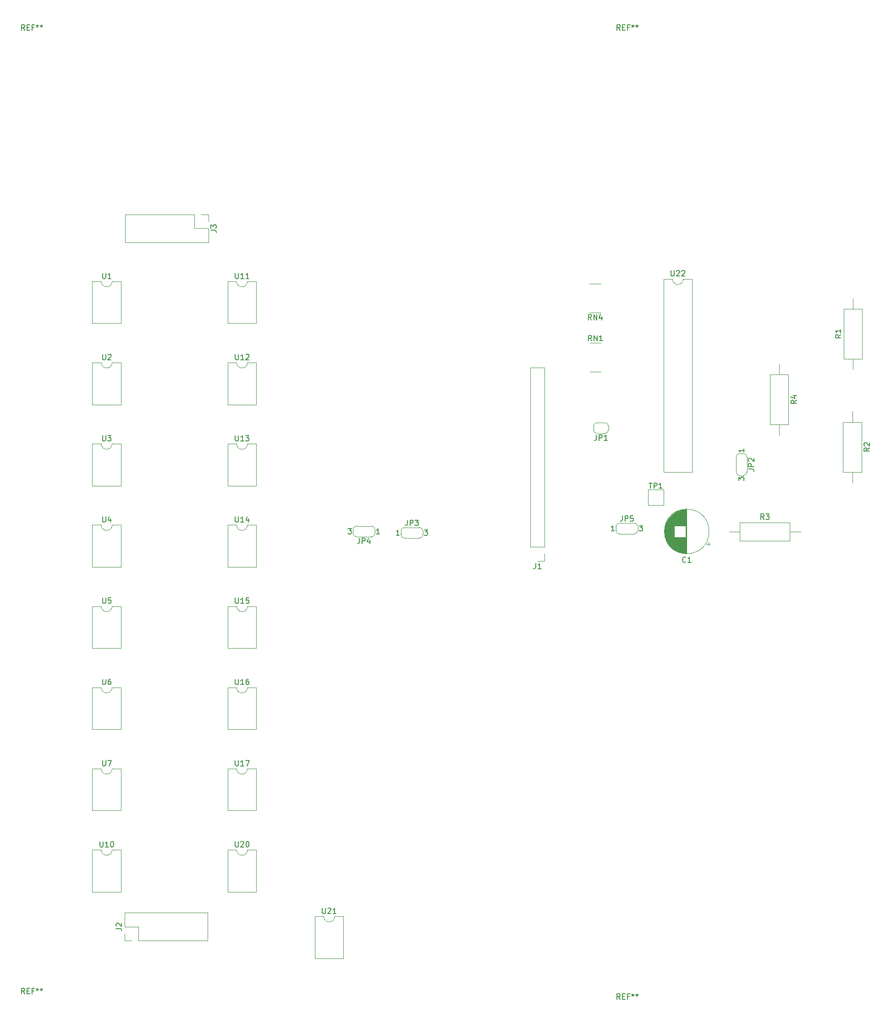
<source format=gbr>
%TF.GenerationSoftware,KiCad,Pcbnew,(5.1.9-0-10_14)*%
%TF.CreationDate,2021-02-22T09:57:15+00:00*%
%TF.ProjectId,Solar_Multiplexer,536f6c61-725f-44d7-956c-7469706c6578,rev?*%
%TF.SameCoordinates,Original*%
%TF.FileFunction,Legend,Top*%
%TF.FilePolarity,Positive*%
%FSLAX46Y46*%
G04 Gerber Fmt 4.6, Leading zero omitted, Abs format (unit mm)*
G04 Created by KiCad (PCBNEW (5.1.9-0-10_14)) date 2021-02-22 09:57:15*
%MOMM*%
%LPD*%
G01*
G04 APERTURE LIST*
%ADD10C,0.120000*%
%ADD11C,0.150000*%
G04 APERTURE END LIST*
D10*
%TO.C,U10*%
X-293540000Y-223670000D02*
X-295190000Y-223670000D01*
X-293540000Y-231410000D02*
X-293540000Y-223670000D01*
X-298840000Y-231410000D02*
X-293540000Y-231410000D01*
X-298840000Y-223670000D02*
X-298840000Y-231410000D01*
X-297190000Y-223670000D02*
X-298840000Y-223670000D01*
X-295190000Y-223670000D02*
G75*
G02*
X-297190000Y-223670000I-1000000J0D01*
G01*
%TO.C,U22*%
X-188030000Y-118220000D02*
X-189680000Y-118220000D01*
X-188030000Y-153900000D02*
X-188030000Y-118220000D01*
X-193330000Y-153900000D02*
X-188030000Y-153900000D01*
X-193330000Y-118220000D02*
X-193330000Y-153900000D01*
X-191680000Y-118220000D02*
X-193330000Y-118220000D01*
X-189680000Y-118220000D02*
G75*
G02*
X-191680000Y-118220000I-1000000J0D01*
G01*
%TO.C,U21*%
X-252450000Y-235970000D02*
X-254100000Y-235970000D01*
X-252450000Y-243710000D02*
X-252450000Y-235970000D01*
X-257750000Y-243710000D02*
X-252450000Y-243710000D01*
X-257750000Y-235970000D02*
X-257750000Y-243710000D01*
X-256100000Y-235970000D02*
X-257750000Y-235970000D01*
X-254100000Y-235970000D02*
G75*
G02*
X-256100000Y-235970000I-1000000J0D01*
G01*
%TO.C,U20*%
X-268540000Y-223670000D02*
X-270190000Y-223670000D01*
X-268540000Y-231410000D02*
X-268540000Y-223670000D01*
X-273840000Y-231410000D02*
X-268540000Y-231410000D01*
X-273840000Y-223670000D02*
X-273840000Y-231410000D01*
X-272190000Y-223670000D02*
X-273840000Y-223670000D01*
X-270190000Y-223670000D02*
G75*
G02*
X-272190000Y-223670000I-1000000J0D01*
G01*
%TO.C,U17*%
X-268540000Y-208670000D02*
X-270190000Y-208670000D01*
X-268540000Y-216410000D02*
X-268540000Y-208670000D01*
X-273840000Y-216410000D02*
X-268540000Y-216410000D01*
X-273840000Y-208670000D02*
X-273840000Y-216410000D01*
X-272190000Y-208670000D02*
X-273840000Y-208670000D01*
X-270190000Y-208670000D02*
G75*
G02*
X-272190000Y-208670000I-1000000J0D01*
G01*
%TO.C,U16*%
X-268540000Y-193670000D02*
X-270190000Y-193670000D01*
X-268540000Y-201410000D02*
X-268540000Y-193670000D01*
X-273840000Y-201410000D02*
X-268540000Y-201410000D01*
X-273840000Y-193670000D02*
X-273840000Y-201410000D01*
X-272190000Y-193670000D02*
X-273840000Y-193670000D01*
X-270190000Y-193670000D02*
G75*
G02*
X-272190000Y-193670000I-1000000J0D01*
G01*
%TO.C,U15*%
X-268540000Y-178670000D02*
X-270190000Y-178670000D01*
X-268540000Y-186410000D02*
X-268540000Y-178670000D01*
X-273840000Y-186410000D02*
X-268540000Y-186410000D01*
X-273840000Y-178670000D02*
X-273840000Y-186410000D01*
X-272190000Y-178670000D02*
X-273840000Y-178670000D01*
X-270190000Y-178670000D02*
G75*
G02*
X-272190000Y-178670000I-1000000J0D01*
G01*
%TO.C,U14*%
X-268540000Y-163670000D02*
X-270190000Y-163670000D01*
X-268540000Y-171410000D02*
X-268540000Y-163670000D01*
X-273840000Y-171410000D02*
X-268540000Y-171410000D01*
X-273840000Y-163670000D02*
X-273840000Y-171410000D01*
X-272190000Y-163670000D02*
X-273840000Y-163670000D01*
X-270190000Y-163670000D02*
G75*
G02*
X-272190000Y-163670000I-1000000J0D01*
G01*
%TO.C,U13*%
X-268540000Y-148670000D02*
X-270190000Y-148670000D01*
X-268540000Y-156410000D02*
X-268540000Y-148670000D01*
X-273840000Y-156410000D02*
X-268540000Y-156410000D01*
X-273840000Y-148670000D02*
X-273840000Y-156410000D01*
X-272190000Y-148670000D02*
X-273840000Y-148670000D01*
X-270190000Y-148670000D02*
G75*
G02*
X-272190000Y-148670000I-1000000J0D01*
G01*
%TO.C,U12*%
X-268540000Y-133670000D02*
X-270190000Y-133670000D01*
X-268540000Y-141410000D02*
X-268540000Y-133670000D01*
X-273840000Y-141410000D02*
X-268540000Y-141410000D01*
X-273840000Y-133670000D02*
X-273840000Y-141410000D01*
X-272190000Y-133670000D02*
X-273840000Y-133670000D01*
X-270190000Y-133670000D02*
G75*
G02*
X-272190000Y-133670000I-1000000J0D01*
G01*
%TO.C,U11*%
X-268540000Y-118670000D02*
X-270190000Y-118670000D01*
X-268540000Y-126410000D02*
X-268540000Y-118670000D01*
X-273840000Y-126410000D02*
X-268540000Y-126410000D01*
X-273840000Y-118670000D02*
X-273840000Y-126410000D01*
X-272190000Y-118670000D02*
X-273840000Y-118670000D01*
X-270190000Y-118670000D02*
G75*
G02*
X-272190000Y-118670000I-1000000J0D01*
G01*
%TO.C,U7*%
X-293540000Y-208670000D02*
X-295190000Y-208670000D01*
X-293540000Y-216410000D02*
X-293540000Y-208670000D01*
X-298840000Y-216410000D02*
X-293540000Y-216410000D01*
X-298840000Y-208670000D02*
X-298840000Y-216410000D01*
X-297190000Y-208670000D02*
X-298840000Y-208670000D01*
X-295190000Y-208670000D02*
G75*
G02*
X-297190000Y-208670000I-1000000J0D01*
G01*
%TO.C,U6*%
X-293540000Y-193670000D02*
X-295190000Y-193670000D01*
X-293540000Y-201410000D02*
X-293540000Y-193670000D01*
X-298840000Y-201410000D02*
X-293540000Y-201410000D01*
X-298840000Y-193670000D02*
X-298840000Y-201410000D01*
X-297190000Y-193670000D02*
X-298840000Y-193670000D01*
X-295190000Y-193670000D02*
G75*
G02*
X-297190000Y-193670000I-1000000J0D01*
G01*
%TO.C,U5*%
X-293540000Y-178670000D02*
X-295190000Y-178670000D01*
X-293540000Y-186410000D02*
X-293540000Y-178670000D01*
X-298840000Y-186410000D02*
X-293540000Y-186410000D01*
X-298840000Y-178670000D02*
X-298840000Y-186410000D01*
X-297190000Y-178670000D02*
X-298840000Y-178670000D01*
X-295190000Y-178670000D02*
G75*
G02*
X-297190000Y-178670000I-1000000J0D01*
G01*
%TO.C,U4*%
X-293540000Y-163670000D02*
X-295190000Y-163670000D01*
X-293540000Y-171410000D02*
X-293540000Y-163670000D01*
X-298840000Y-171410000D02*
X-293540000Y-171410000D01*
X-298840000Y-163670000D02*
X-298840000Y-171410000D01*
X-297190000Y-163670000D02*
X-298840000Y-163670000D01*
X-295190000Y-163670000D02*
G75*
G02*
X-297190000Y-163670000I-1000000J0D01*
G01*
%TO.C,U3*%
X-293540000Y-148670000D02*
X-295190000Y-148670000D01*
X-293540000Y-156410000D02*
X-293540000Y-148670000D01*
X-298840000Y-156410000D02*
X-293540000Y-156410000D01*
X-298840000Y-148670000D02*
X-298840000Y-156410000D01*
X-297190000Y-148670000D02*
X-298840000Y-148670000D01*
X-295190000Y-148670000D02*
G75*
G02*
X-297190000Y-148670000I-1000000J0D01*
G01*
%TO.C,U2*%
X-293540000Y-133670000D02*
X-295190000Y-133670000D01*
X-293540000Y-141410000D02*
X-293540000Y-133670000D01*
X-298840000Y-141410000D02*
X-293540000Y-141410000D01*
X-298840000Y-133670000D02*
X-298840000Y-141410000D01*
X-297190000Y-133670000D02*
X-298840000Y-133670000D01*
X-295190000Y-133670000D02*
G75*
G02*
X-297190000Y-133670000I-1000000J0D01*
G01*
%TO.C,U1*%
X-293540000Y-118670000D02*
X-295190000Y-118670000D01*
X-293540000Y-126410000D02*
X-293540000Y-118670000D01*
X-298840000Y-126410000D02*
X-293540000Y-126410000D01*
X-298840000Y-118670000D02*
X-298840000Y-126410000D01*
X-297190000Y-118670000D02*
X-298840000Y-118670000D01*
X-295190000Y-118670000D02*
G75*
G02*
X-297190000Y-118670000I-1000000J0D01*
G01*
%TO.C,TP1*%
X-196190000Y-160030000D02*
X-196190000Y-157130000D01*
X-193290000Y-160030000D02*
X-196190000Y-160030000D01*
X-193290000Y-157130000D02*
X-193290000Y-160030000D01*
X-196190000Y-157130000D02*
X-193290000Y-157130000D01*
%TO.C,RN4*%
X-207000000Y-124470000D02*
X-204900000Y-124470000D01*
X-207000000Y-119130000D02*
X-204900000Y-119130000D01*
%TO.C,RN1*%
X-204860000Y-130010000D02*
X-206960000Y-130010000D01*
X-204860000Y-135350000D02*
X-206960000Y-135350000D01*
%TO.C,R4*%
X-171958000Y-147042000D02*
X-171958000Y-145082000D01*
X-171958000Y-133882000D02*
X-171958000Y-135842000D01*
X-170238000Y-145082000D02*
X-170238000Y-135842000D01*
X-173678000Y-145082000D02*
X-170238000Y-145082000D01*
X-173678000Y-135842000D02*
X-173678000Y-145082000D01*
X-170238000Y-135842000D02*
X-173678000Y-135842000D01*
%TO.C,R3*%
X-168020000Y-164890000D02*
X-169980000Y-164890000D01*
X-181180000Y-164890000D02*
X-179220000Y-164890000D01*
X-169980000Y-163170000D02*
X-179220000Y-163170000D01*
X-169980000Y-166610000D02*
X-169980000Y-163170000D01*
X-179220000Y-166610000D02*
X-169980000Y-166610000D01*
X-179220000Y-163170000D02*
X-179220000Y-166610000D01*
%TO.C,R2*%
X-158460000Y-155830000D02*
X-158460000Y-153870000D01*
X-158460000Y-142670000D02*
X-158460000Y-144630000D01*
X-156740000Y-153870000D02*
X-156740000Y-144630000D01*
X-160180000Y-153870000D02*
X-156740000Y-153870000D01*
X-160180000Y-144630000D02*
X-160180000Y-153870000D01*
X-156740000Y-144630000D02*
X-160180000Y-144630000D01*
%TO.C,R1*%
X-158320000Y-121770000D02*
X-158320000Y-123730000D01*
X-158320000Y-134930000D02*
X-158320000Y-132970000D01*
X-160040000Y-123730000D02*
X-160040000Y-132970000D01*
X-156600000Y-123730000D02*
X-160040000Y-123730000D01*
X-156600000Y-132970000D02*
X-156600000Y-123730000D01*
X-160040000Y-132970000D02*
X-156600000Y-132970000D01*
%TO.C,JP5*%
X-201490000Y-163310000D02*
X-198690000Y-163310000D01*
X-198040000Y-164010000D02*
X-198040000Y-164610000D01*
X-198690000Y-165310000D02*
X-201490000Y-165310000D01*
X-202140000Y-164610000D02*
X-202140000Y-164010000D01*
X-202140000Y-164010000D02*
G75*
G02*
X-201440000Y-163310000I700000J0D01*
G01*
X-201440000Y-165310000D02*
G75*
G02*
X-202140000Y-164610000I0J700000D01*
G01*
X-198040000Y-164610000D02*
G75*
G02*
X-198740000Y-165310000I-700000J0D01*
G01*
X-198740000Y-163310000D02*
G75*
G02*
X-198040000Y-164010000I0J-700000D01*
G01*
%TO.C,JP4*%
X-247266000Y-165846000D02*
X-250066000Y-165846000D01*
X-250716000Y-165146000D02*
X-250716000Y-164546000D01*
X-250066000Y-163846000D02*
X-247266000Y-163846000D01*
X-246616000Y-164546000D02*
X-246616000Y-165146000D01*
X-246616000Y-165146000D02*
G75*
G02*
X-247316000Y-165846000I-700000J0D01*
G01*
X-247316000Y-163846000D02*
G75*
G02*
X-246616000Y-164546000I0J-700000D01*
G01*
X-250716000Y-164546000D02*
G75*
G02*
X-250016000Y-163846000I700000J0D01*
G01*
X-250016000Y-165846000D02*
G75*
G02*
X-250716000Y-165146000I0J700000D01*
G01*
%TO.C,JP3*%
X-241206000Y-164100000D02*
X-238406000Y-164100000D01*
X-237756000Y-164800000D02*
X-237756000Y-165400000D01*
X-238406000Y-166100000D02*
X-241206000Y-166100000D01*
X-241856000Y-165400000D02*
X-241856000Y-164800000D01*
X-241856000Y-164800000D02*
G75*
G02*
X-241156000Y-164100000I700000J0D01*
G01*
X-241156000Y-166100000D02*
G75*
G02*
X-241856000Y-165400000I0J700000D01*
G01*
X-237756000Y-165400000D02*
G75*
G02*
X-238456000Y-166100000I-700000J0D01*
G01*
X-238456000Y-164100000D02*
G75*
G02*
X-237756000Y-164800000I0J-700000D01*
G01*
%TO.C,JP2*%
X-177910000Y-151090000D02*
X-177910000Y-153890000D01*
X-178610000Y-154540000D02*
X-179210000Y-154540000D01*
X-179910000Y-153890000D02*
X-179910000Y-151090000D01*
X-179210000Y-150440000D02*
X-178610000Y-150440000D01*
X-178610000Y-150440000D02*
G75*
G02*
X-177910000Y-151140000I0J-700000D01*
G01*
X-179910000Y-151140000D02*
G75*
G02*
X-179210000Y-150440000I700000J0D01*
G01*
X-179210000Y-154540000D02*
G75*
G02*
X-179910000Y-153840000I0J700000D01*
G01*
X-177910000Y-153840000D02*
G75*
G02*
X-178610000Y-154540000I-700000J0D01*
G01*
%TO.C,JP1*%
X-204180000Y-146760000D02*
X-205580000Y-146760000D01*
X-206280000Y-146060000D02*
X-206280000Y-145460000D01*
X-205580000Y-144760000D02*
X-204180000Y-144760000D01*
X-203480000Y-145460000D02*
X-203480000Y-146060000D01*
X-203480000Y-146060000D02*
G75*
G02*
X-204180000Y-146760000I-700000J0D01*
G01*
X-204180000Y-144760000D02*
G75*
G02*
X-203480000Y-145460000I0J-700000D01*
G01*
X-206280000Y-145460000D02*
G75*
G02*
X-205580000Y-144760000I700000J0D01*
G01*
X-205580000Y-146760000D02*
G75*
G02*
X-206280000Y-146060000I0J700000D01*
G01*
%TO.C,J3*%
X-277400000Y-106280000D02*
X-277400000Y-107610000D01*
X-278730000Y-106280000D02*
X-277400000Y-106280000D01*
X-277400000Y-108880000D02*
X-277400000Y-111480000D01*
X-280000000Y-108880000D02*
X-277400000Y-108880000D01*
X-280000000Y-106280000D02*
X-280000000Y-108880000D01*
X-277400000Y-111480000D02*
X-292760000Y-111480000D01*
X-280000000Y-106280000D02*
X-292760000Y-106280000D01*
X-292760000Y-106280000D02*
X-292760000Y-111480000D01*
%TO.C,J2*%
X-292900000Y-240450000D02*
X-292900000Y-239120000D01*
X-291570000Y-240450000D02*
X-292900000Y-240450000D01*
X-292900000Y-237850000D02*
X-292900000Y-235250000D01*
X-290300000Y-237850000D02*
X-292900000Y-237850000D01*
X-290300000Y-240450000D02*
X-290300000Y-237850000D01*
X-292900000Y-235250000D02*
X-277540000Y-235250000D01*
X-290300000Y-240450000D02*
X-277540000Y-240450000D01*
X-277540000Y-240450000D02*
X-277540000Y-235250000D01*
%TO.C,J1*%
X-215280000Y-170280000D02*
X-216610000Y-170280000D01*
X-215280000Y-168950000D02*
X-215280000Y-170280000D01*
X-215280000Y-167680000D02*
X-217940000Y-167680000D01*
X-217940000Y-167680000D02*
X-217940000Y-134600000D01*
X-215280000Y-167680000D02*
X-215280000Y-134600000D01*
X-215280000Y-134600000D02*
X-217940000Y-134600000D01*
%TO.C,C1*%
X-185040302Y-167565000D02*
X-185040302Y-166765000D01*
X-184640302Y-167165000D02*
X-185440302Y-167165000D01*
X-193131000Y-165383000D02*
X-193131000Y-164317000D01*
X-193091000Y-165618000D02*
X-193091000Y-164082000D01*
X-193051000Y-165798000D02*
X-193051000Y-163902000D01*
X-193011000Y-165948000D02*
X-193011000Y-163752000D01*
X-192971000Y-166079000D02*
X-192971000Y-163621000D01*
X-192931000Y-166196000D02*
X-192931000Y-163504000D01*
X-192891000Y-166303000D02*
X-192891000Y-163397000D01*
X-192851000Y-166402000D02*
X-192851000Y-163298000D01*
X-192811000Y-166495000D02*
X-192811000Y-163205000D01*
X-192771000Y-166581000D02*
X-192771000Y-163119000D01*
X-192731000Y-166663000D02*
X-192731000Y-163037000D01*
X-192691000Y-166740000D02*
X-192691000Y-162960000D01*
X-192651000Y-166814000D02*
X-192651000Y-162886000D01*
X-192611000Y-166884000D02*
X-192611000Y-162816000D01*
X-192571000Y-166952000D02*
X-192571000Y-162748000D01*
X-192531000Y-167016000D02*
X-192531000Y-162684000D01*
X-192491000Y-167078000D02*
X-192491000Y-162622000D01*
X-192451000Y-167137000D02*
X-192451000Y-162563000D01*
X-192411000Y-167195000D02*
X-192411000Y-162505000D01*
X-192371000Y-167250000D02*
X-192371000Y-162450000D01*
X-192331000Y-167304000D02*
X-192331000Y-162396000D01*
X-192291000Y-167355000D02*
X-192291000Y-162345000D01*
X-192251000Y-167406000D02*
X-192251000Y-162294000D01*
X-192211000Y-167454000D02*
X-192211000Y-162246000D01*
X-192171000Y-167501000D02*
X-192171000Y-162199000D01*
X-192131000Y-167547000D02*
X-192131000Y-162153000D01*
X-192091000Y-167591000D02*
X-192091000Y-162109000D01*
X-192051000Y-167634000D02*
X-192051000Y-162066000D01*
X-192011000Y-167676000D02*
X-192011000Y-162024000D01*
X-191971000Y-167717000D02*
X-191971000Y-161983000D01*
X-191931000Y-167757000D02*
X-191931000Y-161943000D01*
X-191891000Y-167795000D02*
X-191891000Y-161905000D01*
X-191851000Y-167833000D02*
X-191851000Y-161867000D01*
X-191811000Y-167869000D02*
X-191811000Y-161831000D01*
X-191771000Y-167905000D02*
X-191771000Y-161795000D01*
X-191731000Y-167940000D02*
X-191731000Y-161760000D01*
X-191691000Y-167974000D02*
X-191691000Y-161726000D01*
X-191651000Y-168006000D02*
X-191651000Y-161694000D01*
X-191611000Y-168039000D02*
X-191611000Y-161661000D01*
X-191571000Y-168070000D02*
X-191571000Y-161630000D01*
X-191531000Y-168100000D02*
X-191531000Y-161600000D01*
X-191491000Y-168130000D02*
X-191491000Y-161570000D01*
X-191451000Y-168159000D02*
X-191451000Y-161541000D01*
X-191411000Y-168188000D02*
X-191411000Y-161512000D01*
X-191371000Y-168215000D02*
X-191371000Y-161485000D01*
X-191331000Y-163810000D02*
X-191331000Y-161458000D01*
X-191331000Y-168242000D02*
X-191331000Y-165890000D01*
X-191291000Y-163810000D02*
X-191291000Y-161432000D01*
X-191291000Y-168268000D02*
X-191291000Y-165890000D01*
X-191251000Y-163810000D02*
X-191251000Y-161406000D01*
X-191251000Y-168294000D02*
X-191251000Y-165890000D01*
X-191211000Y-163810000D02*
X-191211000Y-161381000D01*
X-191211000Y-168319000D02*
X-191211000Y-165890000D01*
X-191171000Y-163810000D02*
X-191171000Y-161357000D01*
X-191171000Y-168343000D02*
X-191171000Y-165890000D01*
X-191131000Y-163810000D02*
X-191131000Y-161333000D01*
X-191131000Y-168367000D02*
X-191131000Y-165890000D01*
X-191091000Y-163810000D02*
X-191091000Y-161310000D01*
X-191091000Y-168390000D02*
X-191091000Y-165890000D01*
X-191051000Y-163810000D02*
X-191051000Y-161288000D01*
X-191051000Y-168412000D02*
X-191051000Y-165890000D01*
X-191011000Y-163810000D02*
X-191011000Y-161266000D01*
X-191011000Y-168434000D02*
X-191011000Y-165890000D01*
X-190971000Y-163810000D02*
X-190971000Y-161244000D01*
X-190971000Y-168456000D02*
X-190971000Y-165890000D01*
X-190931000Y-163810000D02*
X-190931000Y-161223000D01*
X-190931000Y-168477000D02*
X-190931000Y-165890000D01*
X-190891000Y-163810000D02*
X-190891000Y-161203000D01*
X-190891000Y-168497000D02*
X-190891000Y-165890000D01*
X-190851000Y-163810000D02*
X-190851000Y-161184000D01*
X-190851000Y-168516000D02*
X-190851000Y-165890000D01*
X-190811000Y-163810000D02*
X-190811000Y-161164000D01*
X-190811000Y-168536000D02*
X-190811000Y-165890000D01*
X-190771000Y-163810000D02*
X-190771000Y-161146000D01*
X-190771000Y-168554000D02*
X-190771000Y-165890000D01*
X-190731000Y-163810000D02*
X-190731000Y-161128000D01*
X-190731000Y-168572000D02*
X-190731000Y-165890000D01*
X-190691000Y-163810000D02*
X-190691000Y-161110000D01*
X-190691000Y-168590000D02*
X-190691000Y-165890000D01*
X-190651000Y-163810000D02*
X-190651000Y-161093000D01*
X-190651000Y-168607000D02*
X-190651000Y-165890000D01*
X-190611000Y-163810000D02*
X-190611000Y-161076000D01*
X-190611000Y-168624000D02*
X-190611000Y-165890000D01*
X-190571000Y-163810000D02*
X-190571000Y-161060000D01*
X-190571000Y-168640000D02*
X-190571000Y-165890000D01*
X-190531000Y-163810000D02*
X-190531000Y-161045000D01*
X-190531000Y-168655000D02*
X-190531000Y-165890000D01*
X-190491000Y-163810000D02*
X-190491000Y-161029000D01*
X-190491000Y-168671000D02*
X-190491000Y-165890000D01*
X-190451000Y-163810000D02*
X-190451000Y-161015000D01*
X-190451000Y-168685000D02*
X-190451000Y-165890000D01*
X-190411000Y-163810000D02*
X-190411000Y-161000000D01*
X-190411000Y-168700000D02*
X-190411000Y-165890000D01*
X-190371000Y-163810000D02*
X-190371000Y-160987000D01*
X-190371000Y-168713000D02*
X-190371000Y-165890000D01*
X-190331000Y-163810000D02*
X-190331000Y-160973000D01*
X-190331000Y-168727000D02*
X-190331000Y-165890000D01*
X-190291000Y-163810000D02*
X-190291000Y-160961000D01*
X-190291000Y-168739000D02*
X-190291000Y-165890000D01*
X-190251000Y-163810000D02*
X-190251000Y-160948000D01*
X-190251000Y-168752000D02*
X-190251000Y-165890000D01*
X-190211000Y-163810000D02*
X-190211000Y-160936000D01*
X-190211000Y-168764000D02*
X-190211000Y-165890000D01*
X-190171000Y-163810000D02*
X-190171000Y-160925000D01*
X-190171000Y-168775000D02*
X-190171000Y-165890000D01*
X-190131000Y-163810000D02*
X-190131000Y-160914000D01*
X-190131000Y-168786000D02*
X-190131000Y-165890000D01*
X-190091000Y-163810000D02*
X-190091000Y-160903000D01*
X-190091000Y-168797000D02*
X-190091000Y-165890000D01*
X-190051000Y-163810000D02*
X-190051000Y-160893000D01*
X-190051000Y-168807000D02*
X-190051000Y-165890000D01*
X-190011000Y-163810000D02*
X-190011000Y-160883000D01*
X-190011000Y-168817000D02*
X-190011000Y-165890000D01*
X-189971000Y-163810000D02*
X-189971000Y-160874000D01*
X-189971000Y-168826000D02*
X-189971000Y-165890000D01*
X-189931000Y-163810000D02*
X-189931000Y-160865000D01*
X-189931000Y-168835000D02*
X-189931000Y-165890000D01*
X-189891000Y-163810000D02*
X-189891000Y-160856000D01*
X-189891000Y-168844000D02*
X-189891000Y-165890000D01*
X-189851000Y-163810000D02*
X-189851000Y-160848000D01*
X-189851000Y-168852000D02*
X-189851000Y-165890000D01*
X-189811000Y-163810000D02*
X-189811000Y-160840000D01*
X-189811000Y-168860000D02*
X-189811000Y-165890000D01*
X-189771000Y-163810000D02*
X-189771000Y-160833000D01*
X-189771000Y-168867000D02*
X-189771000Y-165890000D01*
X-189730000Y-163810000D02*
X-189730000Y-160826000D01*
X-189730000Y-168874000D02*
X-189730000Y-165890000D01*
X-189690000Y-163810000D02*
X-189690000Y-160820000D01*
X-189690000Y-168880000D02*
X-189690000Y-165890000D01*
X-189650000Y-163810000D02*
X-189650000Y-160813000D01*
X-189650000Y-168887000D02*
X-189650000Y-165890000D01*
X-189610000Y-163810000D02*
X-189610000Y-160808000D01*
X-189610000Y-168892000D02*
X-189610000Y-165890000D01*
X-189570000Y-163810000D02*
X-189570000Y-160802000D01*
X-189570000Y-168898000D02*
X-189570000Y-165890000D01*
X-189530000Y-163810000D02*
X-189530000Y-160798000D01*
X-189530000Y-168902000D02*
X-189530000Y-165890000D01*
X-189490000Y-163810000D02*
X-189490000Y-160793000D01*
X-189490000Y-168907000D02*
X-189490000Y-165890000D01*
X-189450000Y-163810000D02*
X-189450000Y-160789000D01*
X-189450000Y-168911000D02*
X-189450000Y-165890000D01*
X-189410000Y-163810000D02*
X-189410000Y-160785000D01*
X-189410000Y-168915000D02*
X-189410000Y-165890000D01*
X-189370000Y-163810000D02*
X-189370000Y-160782000D01*
X-189370000Y-168918000D02*
X-189370000Y-165890000D01*
X-189330000Y-163810000D02*
X-189330000Y-160779000D01*
X-189330000Y-168921000D02*
X-189330000Y-165890000D01*
X-189290000Y-163810000D02*
X-189290000Y-160776000D01*
X-189290000Y-168924000D02*
X-189290000Y-165890000D01*
X-189250000Y-168926000D02*
X-189250000Y-160774000D01*
X-189210000Y-168927000D02*
X-189210000Y-160773000D01*
X-189170000Y-168929000D02*
X-189170000Y-160771000D01*
X-189130000Y-168930000D02*
X-189130000Y-160770000D01*
X-189090000Y-168930000D02*
X-189090000Y-160770000D01*
X-189050000Y-168930000D02*
X-189050000Y-160770000D01*
X-184930000Y-164850000D02*
G75*
G03*
X-184930000Y-164850000I-4120000J0D01*
G01*
%TO.C,REF\u002A\u002A*%
D11*
X-311333333Y-250252380D02*
X-311666666Y-249776190D01*
X-311904761Y-250252380D02*
X-311904761Y-249252380D01*
X-311523809Y-249252380D01*
X-311428571Y-249300000D01*
X-311380952Y-249347619D01*
X-311333333Y-249442857D01*
X-311333333Y-249585714D01*
X-311380952Y-249680952D01*
X-311428571Y-249728571D01*
X-311523809Y-249776190D01*
X-311904761Y-249776190D01*
X-310904761Y-249728571D02*
X-310571428Y-249728571D01*
X-310428571Y-250252380D02*
X-310904761Y-250252380D01*
X-310904761Y-249252380D01*
X-310428571Y-249252380D01*
X-309666666Y-249728571D02*
X-310000000Y-249728571D01*
X-310000000Y-250252380D02*
X-310000000Y-249252380D01*
X-309523809Y-249252380D01*
X-309000000Y-249252380D02*
X-309000000Y-249490476D01*
X-309238095Y-249395238D02*
X-309000000Y-249490476D01*
X-308761904Y-249395238D01*
X-309142857Y-249680952D02*
X-309000000Y-249490476D01*
X-308857142Y-249680952D01*
X-308238095Y-249252380D02*
X-308238095Y-249490476D01*
X-308476190Y-249395238D02*
X-308238095Y-249490476D01*
X-308000000Y-249395238D01*
X-308380952Y-249680952D02*
X-308238095Y-249490476D01*
X-308095238Y-249680952D01*
X-201333333Y-251252380D02*
X-201666666Y-250776190D01*
X-201904761Y-251252380D02*
X-201904761Y-250252380D01*
X-201523809Y-250252380D01*
X-201428571Y-250300000D01*
X-201380952Y-250347619D01*
X-201333333Y-250442857D01*
X-201333333Y-250585714D01*
X-201380952Y-250680952D01*
X-201428571Y-250728571D01*
X-201523809Y-250776190D01*
X-201904761Y-250776190D01*
X-200904761Y-250728571D02*
X-200571428Y-250728571D01*
X-200428571Y-251252380D02*
X-200904761Y-251252380D01*
X-200904761Y-250252380D01*
X-200428571Y-250252380D01*
X-199666666Y-250728571D02*
X-200000000Y-250728571D01*
X-200000000Y-251252380D02*
X-200000000Y-250252380D01*
X-199523809Y-250252380D01*
X-199000000Y-250252380D02*
X-199000000Y-250490476D01*
X-199238095Y-250395238D02*
X-199000000Y-250490476D01*
X-198761904Y-250395238D01*
X-199142857Y-250680952D02*
X-199000000Y-250490476D01*
X-198857142Y-250680952D01*
X-198238095Y-250252380D02*
X-198238095Y-250490476D01*
X-198476190Y-250395238D02*
X-198238095Y-250490476D01*
X-198000000Y-250395238D01*
X-198380952Y-250680952D02*
X-198238095Y-250490476D01*
X-198095238Y-250680952D01*
X-201333333Y-72252380D02*
X-201666666Y-71776190D01*
X-201904761Y-72252380D02*
X-201904761Y-71252380D01*
X-201523809Y-71252380D01*
X-201428571Y-71300000D01*
X-201380952Y-71347619D01*
X-201333333Y-71442857D01*
X-201333333Y-71585714D01*
X-201380952Y-71680952D01*
X-201428571Y-71728571D01*
X-201523809Y-71776190D01*
X-201904761Y-71776190D01*
X-200904761Y-71728571D02*
X-200571428Y-71728571D01*
X-200428571Y-72252380D02*
X-200904761Y-72252380D01*
X-200904761Y-71252380D01*
X-200428571Y-71252380D01*
X-199666666Y-71728571D02*
X-200000000Y-71728571D01*
X-200000000Y-72252380D02*
X-200000000Y-71252380D01*
X-199523809Y-71252380D01*
X-199000000Y-71252380D02*
X-199000000Y-71490476D01*
X-199238095Y-71395238D02*
X-199000000Y-71490476D01*
X-198761904Y-71395238D01*
X-199142857Y-71680952D02*
X-199000000Y-71490476D01*
X-198857142Y-71680952D01*
X-198238095Y-71252380D02*
X-198238095Y-71490476D01*
X-198476190Y-71395238D02*
X-198238095Y-71490476D01*
X-198000000Y-71395238D01*
X-198380952Y-71680952D02*
X-198238095Y-71490476D01*
X-198095238Y-71680952D01*
X-311333333Y-72252380D02*
X-311666666Y-71776190D01*
X-311904761Y-72252380D02*
X-311904761Y-71252380D01*
X-311523809Y-71252380D01*
X-311428571Y-71300000D01*
X-311380952Y-71347619D01*
X-311333333Y-71442857D01*
X-311333333Y-71585714D01*
X-311380952Y-71680952D01*
X-311428571Y-71728571D01*
X-311523809Y-71776190D01*
X-311904761Y-71776190D01*
X-310904761Y-71728571D02*
X-310571428Y-71728571D01*
X-310428571Y-72252380D02*
X-310904761Y-72252380D01*
X-310904761Y-71252380D01*
X-310428571Y-71252380D01*
X-309666666Y-71728571D02*
X-310000000Y-71728571D01*
X-310000000Y-72252380D02*
X-310000000Y-71252380D01*
X-309523809Y-71252380D01*
X-309000000Y-71252380D02*
X-309000000Y-71490476D01*
X-309238095Y-71395238D02*
X-309000000Y-71490476D01*
X-308761904Y-71395238D01*
X-309142857Y-71680952D02*
X-309000000Y-71490476D01*
X-308857142Y-71680952D01*
X-308238095Y-71252380D02*
X-308238095Y-71490476D01*
X-308476190Y-71395238D02*
X-308238095Y-71490476D01*
X-308000000Y-71395238D01*
X-308380952Y-71680952D02*
X-308238095Y-71490476D01*
X-308095238Y-71680952D01*
%TO.C,U10*%
X-297428095Y-222122380D02*
X-297428095Y-222931904D01*
X-297380476Y-223027142D01*
X-297332857Y-223074761D01*
X-297237619Y-223122380D01*
X-297047142Y-223122380D01*
X-296951904Y-223074761D01*
X-296904285Y-223027142D01*
X-296856666Y-222931904D01*
X-296856666Y-222122380D01*
X-295856666Y-223122380D02*
X-296428095Y-223122380D01*
X-296142380Y-223122380D02*
X-296142380Y-222122380D01*
X-296237619Y-222265238D01*
X-296332857Y-222360476D01*
X-296428095Y-222408095D01*
X-295237619Y-222122380D02*
X-295142380Y-222122380D01*
X-295047142Y-222170000D01*
X-294999523Y-222217619D01*
X-294951904Y-222312857D01*
X-294904285Y-222503333D01*
X-294904285Y-222741428D01*
X-294951904Y-222931904D01*
X-294999523Y-223027142D01*
X-295047142Y-223074761D01*
X-295142380Y-223122380D01*
X-295237619Y-223122380D01*
X-295332857Y-223074761D01*
X-295380476Y-223027142D01*
X-295428095Y-222931904D01*
X-295475714Y-222741428D01*
X-295475714Y-222503333D01*
X-295428095Y-222312857D01*
X-295380476Y-222217619D01*
X-295332857Y-222170000D01*
X-295237619Y-222122380D01*
%TO.C,U22*%
X-191918095Y-116672380D02*
X-191918095Y-117481904D01*
X-191870476Y-117577142D01*
X-191822857Y-117624761D01*
X-191727619Y-117672380D01*
X-191537142Y-117672380D01*
X-191441904Y-117624761D01*
X-191394285Y-117577142D01*
X-191346666Y-117481904D01*
X-191346666Y-116672380D01*
X-190918095Y-116767619D02*
X-190870476Y-116720000D01*
X-190775238Y-116672380D01*
X-190537142Y-116672380D01*
X-190441904Y-116720000D01*
X-190394285Y-116767619D01*
X-190346666Y-116862857D01*
X-190346666Y-116958095D01*
X-190394285Y-117100952D01*
X-190965714Y-117672380D01*
X-190346666Y-117672380D01*
X-189965714Y-116767619D02*
X-189918095Y-116720000D01*
X-189822857Y-116672380D01*
X-189584761Y-116672380D01*
X-189489523Y-116720000D01*
X-189441904Y-116767619D01*
X-189394285Y-116862857D01*
X-189394285Y-116958095D01*
X-189441904Y-117100952D01*
X-190013333Y-117672380D01*
X-189394285Y-117672380D01*
%TO.C,U21*%
X-256338095Y-234422380D02*
X-256338095Y-235231904D01*
X-256290476Y-235327142D01*
X-256242857Y-235374761D01*
X-256147619Y-235422380D01*
X-255957142Y-235422380D01*
X-255861904Y-235374761D01*
X-255814285Y-235327142D01*
X-255766666Y-235231904D01*
X-255766666Y-234422380D01*
X-255338095Y-234517619D02*
X-255290476Y-234470000D01*
X-255195238Y-234422380D01*
X-254957142Y-234422380D01*
X-254861904Y-234470000D01*
X-254814285Y-234517619D01*
X-254766666Y-234612857D01*
X-254766666Y-234708095D01*
X-254814285Y-234850952D01*
X-255385714Y-235422380D01*
X-254766666Y-235422380D01*
X-253814285Y-235422380D02*
X-254385714Y-235422380D01*
X-254100000Y-235422380D02*
X-254100000Y-234422380D01*
X-254195238Y-234565238D01*
X-254290476Y-234660476D01*
X-254385714Y-234708095D01*
%TO.C,U20*%
X-272428095Y-222122380D02*
X-272428095Y-222931904D01*
X-272380476Y-223027142D01*
X-272332857Y-223074761D01*
X-272237619Y-223122380D01*
X-272047142Y-223122380D01*
X-271951904Y-223074761D01*
X-271904285Y-223027142D01*
X-271856666Y-222931904D01*
X-271856666Y-222122380D01*
X-271428095Y-222217619D02*
X-271380476Y-222170000D01*
X-271285238Y-222122380D01*
X-271047142Y-222122380D01*
X-270951904Y-222170000D01*
X-270904285Y-222217619D01*
X-270856666Y-222312857D01*
X-270856666Y-222408095D01*
X-270904285Y-222550952D01*
X-271475714Y-223122380D01*
X-270856666Y-223122380D01*
X-270237619Y-222122380D02*
X-270142380Y-222122380D01*
X-270047142Y-222170000D01*
X-269999523Y-222217619D01*
X-269951904Y-222312857D01*
X-269904285Y-222503333D01*
X-269904285Y-222741428D01*
X-269951904Y-222931904D01*
X-269999523Y-223027142D01*
X-270047142Y-223074761D01*
X-270142380Y-223122380D01*
X-270237619Y-223122380D01*
X-270332857Y-223074761D01*
X-270380476Y-223027142D01*
X-270428095Y-222931904D01*
X-270475714Y-222741428D01*
X-270475714Y-222503333D01*
X-270428095Y-222312857D01*
X-270380476Y-222217619D01*
X-270332857Y-222170000D01*
X-270237619Y-222122380D01*
%TO.C,U17*%
X-272428095Y-207122380D02*
X-272428095Y-207931904D01*
X-272380476Y-208027142D01*
X-272332857Y-208074761D01*
X-272237619Y-208122380D01*
X-272047142Y-208122380D01*
X-271951904Y-208074761D01*
X-271904285Y-208027142D01*
X-271856666Y-207931904D01*
X-271856666Y-207122380D01*
X-270856666Y-208122380D02*
X-271428095Y-208122380D01*
X-271142380Y-208122380D02*
X-271142380Y-207122380D01*
X-271237619Y-207265238D01*
X-271332857Y-207360476D01*
X-271428095Y-207408095D01*
X-270523333Y-207122380D02*
X-269856666Y-207122380D01*
X-270285238Y-208122380D01*
%TO.C,U16*%
X-272428095Y-192122380D02*
X-272428095Y-192931904D01*
X-272380476Y-193027142D01*
X-272332857Y-193074761D01*
X-272237619Y-193122380D01*
X-272047142Y-193122380D01*
X-271951904Y-193074761D01*
X-271904285Y-193027142D01*
X-271856666Y-192931904D01*
X-271856666Y-192122380D01*
X-270856666Y-193122380D02*
X-271428095Y-193122380D01*
X-271142380Y-193122380D02*
X-271142380Y-192122380D01*
X-271237619Y-192265238D01*
X-271332857Y-192360476D01*
X-271428095Y-192408095D01*
X-269999523Y-192122380D02*
X-270190000Y-192122380D01*
X-270285238Y-192170000D01*
X-270332857Y-192217619D01*
X-270428095Y-192360476D01*
X-270475714Y-192550952D01*
X-270475714Y-192931904D01*
X-270428095Y-193027142D01*
X-270380476Y-193074761D01*
X-270285238Y-193122380D01*
X-270094761Y-193122380D01*
X-269999523Y-193074761D01*
X-269951904Y-193027142D01*
X-269904285Y-192931904D01*
X-269904285Y-192693809D01*
X-269951904Y-192598571D01*
X-269999523Y-192550952D01*
X-270094761Y-192503333D01*
X-270285238Y-192503333D01*
X-270380476Y-192550952D01*
X-270428095Y-192598571D01*
X-270475714Y-192693809D01*
%TO.C,U15*%
X-272428095Y-177122380D02*
X-272428095Y-177931904D01*
X-272380476Y-178027142D01*
X-272332857Y-178074761D01*
X-272237619Y-178122380D01*
X-272047142Y-178122380D01*
X-271951904Y-178074761D01*
X-271904285Y-178027142D01*
X-271856666Y-177931904D01*
X-271856666Y-177122380D01*
X-270856666Y-178122380D02*
X-271428095Y-178122380D01*
X-271142380Y-178122380D02*
X-271142380Y-177122380D01*
X-271237619Y-177265238D01*
X-271332857Y-177360476D01*
X-271428095Y-177408095D01*
X-269951904Y-177122380D02*
X-270428095Y-177122380D01*
X-270475714Y-177598571D01*
X-270428095Y-177550952D01*
X-270332857Y-177503333D01*
X-270094761Y-177503333D01*
X-269999523Y-177550952D01*
X-269951904Y-177598571D01*
X-269904285Y-177693809D01*
X-269904285Y-177931904D01*
X-269951904Y-178027142D01*
X-269999523Y-178074761D01*
X-270094761Y-178122380D01*
X-270332857Y-178122380D01*
X-270428095Y-178074761D01*
X-270475714Y-178027142D01*
%TO.C,U14*%
X-272428095Y-162122380D02*
X-272428095Y-162931904D01*
X-272380476Y-163027142D01*
X-272332857Y-163074761D01*
X-272237619Y-163122380D01*
X-272047142Y-163122380D01*
X-271951904Y-163074761D01*
X-271904285Y-163027142D01*
X-271856666Y-162931904D01*
X-271856666Y-162122380D01*
X-270856666Y-163122380D02*
X-271428095Y-163122380D01*
X-271142380Y-163122380D02*
X-271142380Y-162122380D01*
X-271237619Y-162265238D01*
X-271332857Y-162360476D01*
X-271428095Y-162408095D01*
X-269999523Y-162455714D02*
X-269999523Y-163122380D01*
X-270237619Y-162074761D02*
X-270475714Y-162789047D01*
X-269856666Y-162789047D01*
%TO.C,U13*%
X-272428095Y-147122380D02*
X-272428095Y-147931904D01*
X-272380476Y-148027142D01*
X-272332857Y-148074761D01*
X-272237619Y-148122380D01*
X-272047142Y-148122380D01*
X-271951904Y-148074761D01*
X-271904285Y-148027142D01*
X-271856666Y-147931904D01*
X-271856666Y-147122380D01*
X-270856666Y-148122380D02*
X-271428095Y-148122380D01*
X-271142380Y-148122380D02*
X-271142380Y-147122380D01*
X-271237619Y-147265238D01*
X-271332857Y-147360476D01*
X-271428095Y-147408095D01*
X-270523333Y-147122380D02*
X-269904285Y-147122380D01*
X-270237619Y-147503333D01*
X-270094761Y-147503333D01*
X-269999523Y-147550952D01*
X-269951904Y-147598571D01*
X-269904285Y-147693809D01*
X-269904285Y-147931904D01*
X-269951904Y-148027142D01*
X-269999523Y-148074761D01*
X-270094761Y-148122380D01*
X-270380476Y-148122380D01*
X-270475714Y-148074761D01*
X-270523333Y-148027142D01*
%TO.C,U12*%
X-272428095Y-132122380D02*
X-272428095Y-132931904D01*
X-272380476Y-133027142D01*
X-272332857Y-133074761D01*
X-272237619Y-133122380D01*
X-272047142Y-133122380D01*
X-271951904Y-133074761D01*
X-271904285Y-133027142D01*
X-271856666Y-132931904D01*
X-271856666Y-132122380D01*
X-270856666Y-133122380D02*
X-271428095Y-133122380D01*
X-271142380Y-133122380D02*
X-271142380Y-132122380D01*
X-271237619Y-132265238D01*
X-271332857Y-132360476D01*
X-271428095Y-132408095D01*
X-270475714Y-132217619D02*
X-270428095Y-132170000D01*
X-270332857Y-132122380D01*
X-270094761Y-132122380D01*
X-269999523Y-132170000D01*
X-269951904Y-132217619D01*
X-269904285Y-132312857D01*
X-269904285Y-132408095D01*
X-269951904Y-132550952D01*
X-270523333Y-133122380D01*
X-269904285Y-133122380D01*
%TO.C,U11*%
X-272428095Y-117122380D02*
X-272428095Y-117931904D01*
X-272380476Y-118027142D01*
X-272332857Y-118074761D01*
X-272237619Y-118122380D01*
X-272047142Y-118122380D01*
X-271951904Y-118074761D01*
X-271904285Y-118027142D01*
X-271856666Y-117931904D01*
X-271856666Y-117122380D01*
X-270856666Y-118122380D02*
X-271428095Y-118122380D01*
X-271142380Y-118122380D02*
X-271142380Y-117122380D01*
X-271237619Y-117265238D01*
X-271332857Y-117360476D01*
X-271428095Y-117408095D01*
X-269904285Y-118122380D02*
X-270475714Y-118122380D01*
X-270190000Y-118122380D02*
X-270190000Y-117122380D01*
X-270285238Y-117265238D01*
X-270380476Y-117360476D01*
X-270475714Y-117408095D01*
%TO.C,U7*%
X-296951904Y-207122380D02*
X-296951904Y-207931904D01*
X-296904285Y-208027142D01*
X-296856666Y-208074761D01*
X-296761428Y-208122380D01*
X-296570952Y-208122380D01*
X-296475714Y-208074761D01*
X-296428095Y-208027142D01*
X-296380476Y-207931904D01*
X-296380476Y-207122380D01*
X-295999523Y-207122380D02*
X-295332857Y-207122380D01*
X-295761428Y-208122380D01*
%TO.C,U6*%
X-296951904Y-192122380D02*
X-296951904Y-192931904D01*
X-296904285Y-193027142D01*
X-296856666Y-193074761D01*
X-296761428Y-193122380D01*
X-296570952Y-193122380D01*
X-296475714Y-193074761D01*
X-296428095Y-193027142D01*
X-296380476Y-192931904D01*
X-296380476Y-192122380D01*
X-295475714Y-192122380D02*
X-295666190Y-192122380D01*
X-295761428Y-192170000D01*
X-295809047Y-192217619D01*
X-295904285Y-192360476D01*
X-295951904Y-192550952D01*
X-295951904Y-192931904D01*
X-295904285Y-193027142D01*
X-295856666Y-193074761D01*
X-295761428Y-193122380D01*
X-295570952Y-193122380D01*
X-295475714Y-193074761D01*
X-295428095Y-193027142D01*
X-295380476Y-192931904D01*
X-295380476Y-192693809D01*
X-295428095Y-192598571D01*
X-295475714Y-192550952D01*
X-295570952Y-192503333D01*
X-295761428Y-192503333D01*
X-295856666Y-192550952D01*
X-295904285Y-192598571D01*
X-295951904Y-192693809D01*
%TO.C,U5*%
X-296951904Y-177122380D02*
X-296951904Y-177931904D01*
X-296904285Y-178027142D01*
X-296856666Y-178074761D01*
X-296761428Y-178122380D01*
X-296570952Y-178122380D01*
X-296475714Y-178074761D01*
X-296428095Y-178027142D01*
X-296380476Y-177931904D01*
X-296380476Y-177122380D01*
X-295428095Y-177122380D02*
X-295904285Y-177122380D01*
X-295951904Y-177598571D01*
X-295904285Y-177550952D01*
X-295809047Y-177503333D01*
X-295570952Y-177503333D01*
X-295475714Y-177550952D01*
X-295428095Y-177598571D01*
X-295380476Y-177693809D01*
X-295380476Y-177931904D01*
X-295428095Y-178027142D01*
X-295475714Y-178074761D01*
X-295570952Y-178122380D01*
X-295809047Y-178122380D01*
X-295904285Y-178074761D01*
X-295951904Y-178027142D01*
%TO.C,U4*%
X-296951904Y-162122380D02*
X-296951904Y-162931904D01*
X-296904285Y-163027142D01*
X-296856666Y-163074761D01*
X-296761428Y-163122380D01*
X-296570952Y-163122380D01*
X-296475714Y-163074761D01*
X-296428095Y-163027142D01*
X-296380476Y-162931904D01*
X-296380476Y-162122380D01*
X-295475714Y-162455714D02*
X-295475714Y-163122380D01*
X-295713809Y-162074761D02*
X-295951904Y-162789047D01*
X-295332857Y-162789047D01*
%TO.C,U3*%
X-296951904Y-147122380D02*
X-296951904Y-147931904D01*
X-296904285Y-148027142D01*
X-296856666Y-148074761D01*
X-296761428Y-148122380D01*
X-296570952Y-148122380D01*
X-296475714Y-148074761D01*
X-296428095Y-148027142D01*
X-296380476Y-147931904D01*
X-296380476Y-147122380D01*
X-295999523Y-147122380D02*
X-295380476Y-147122380D01*
X-295713809Y-147503333D01*
X-295570952Y-147503333D01*
X-295475714Y-147550952D01*
X-295428095Y-147598571D01*
X-295380476Y-147693809D01*
X-295380476Y-147931904D01*
X-295428095Y-148027142D01*
X-295475714Y-148074761D01*
X-295570952Y-148122380D01*
X-295856666Y-148122380D01*
X-295951904Y-148074761D01*
X-295999523Y-148027142D01*
%TO.C,U2*%
X-296951904Y-132122380D02*
X-296951904Y-132931904D01*
X-296904285Y-133027142D01*
X-296856666Y-133074761D01*
X-296761428Y-133122380D01*
X-296570952Y-133122380D01*
X-296475714Y-133074761D01*
X-296428095Y-133027142D01*
X-296380476Y-132931904D01*
X-296380476Y-132122380D01*
X-295951904Y-132217619D02*
X-295904285Y-132170000D01*
X-295809047Y-132122380D01*
X-295570952Y-132122380D01*
X-295475714Y-132170000D01*
X-295428095Y-132217619D01*
X-295380476Y-132312857D01*
X-295380476Y-132408095D01*
X-295428095Y-132550952D01*
X-295999523Y-133122380D01*
X-295380476Y-133122380D01*
%TO.C,U1*%
X-296951904Y-117122380D02*
X-296951904Y-117931904D01*
X-296904285Y-118027142D01*
X-296856666Y-118074761D01*
X-296761428Y-118122380D01*
X-296570952Y-118122380D01*
X-296475714Y-118074761D01*
X-296428095Y-118027142D01*
X-296380476Y-117931904D01*
X-296380476Y-117122380D01*
X-295380476Y-118122380D02*
X-295951904Y-118122380D01*
X-295666190Y-118122380D02*
X-295666190Y-117122380D01*
X-295761428Y-117265238D01*
X-295856666Y-117360476D01*
X-295951904Y-117408095D01*
%TO.C,TP1*%
X-196001904Y-155884380D02*
X-195430476Y-155884380D01*
X-195716190Y-156884380D02*
X-195716190Y-155884380D01*
X-195097142Y-156884380D02*
X-195097142Y-155884380D01*
X-194716190Y-155884380D01*
X-194620952Y-155932000D01*
X-194573333Y-155979619D01*
X-194525714Y-156074857D01*
X-194525714Y-156217714D01*
X-194573333Y-156312952D01*
X-194620952Y-156360571D01*
X-194716190Y-156408190D01*
X-195097142Y-156408190D01*
X-193573333Y-156884380D02*
X-194144761Y-156884380D01*
X-193859047Y-156884380D02*
X-193859047Y-155884380D01*
X-193954285Y-156027238D01*
X-194049523Y-156122476D01*
X-194144761Y-156170095D01*
%TO.C,RN4*%
X-206640476Y-125752380D02*
X-206973809Y-125276190D01*
X-207211904Y-125752380D02*
X-207211904Y-124752380D01*
X-206830952Y-124752380D01*
X-206735714Y-124800000D01*
X-206688095Y-124847619D01*
X-206640476Y-124942857D01*
X-206640476Y-125085714D01*
X-206688095Y-125180952D01*
X-206735714Y-125228571D01*
X-206830952Y-125276190D01*
X-207211904Y-125276190D01*
X-206211904Y-125752380D02*
X-206211904Y-124752380D01*
X-205640476Y-125752380D01*
X-205640476Y-124752380D01*
X-204735714Y-125085714D02*
X-204735714Y-125752380D01*
X-204973809Y-124704761D02*
X-205211904Y-125419047D01*
X-204592857Y-125419047D01*
%TO.C,RN1*%
X-206600476Y-129632380D02*
X-206933809Y-129156190D01*
X-207171904Y-129632380D02*
X-207171904Y-128632380D01*
X-206790952Y-128632380D01*
X-206695714Y-128680000D01*
X-206648095Y-128727619D01*
X-206600476Y-128822857D01*
X-206600476Y-128965714D01*
X-206648095Y-129060952D01*
X-206695714Y-129108571D01*
X-206790952Y-129156190D01*
X-207171904Y-129156190D01*
X-206171904Y-129632380D02*
X-206171904Y-128632380D01*
X-205600476Y-129632380D01*
X-205600476Y-128632380D01*
X-204600476Y-129632380D02*
X-205171904Y-129632380D01*
X-204886190Y-129632380D02*
X-204886190Y-128632380D01*
X-204981428Y-128775238D01*
X-205076666Y-128870476D01*
X-205171904Y-128918095D01*
%TO.C,R4*%
X-168785619Y-140628666D02*
X-169261809Y-140962000D01*
X-168785619Y-141200095D02*
X-169785619Y-141200095D01*
X-169785619Y-140819142D01*
X-169738000Y-140723904D01*
X-169690380Y-140676285D01*
X-169595142Y-140628666D01*
X-169452285Y-140628666D01*
X-169357047Y-140676285D01*
X-169309428Y-140723904D01*
X-169261809Y-140819142D01*
X-169261809Y-141200095D01*
X-169452285Y-139771523D02*
X-168785619Y-139771523D01*
X-169833238Y-140009619D02*
X-169118952Y-140247714D01*
X-169118952Y-139628666D01*
%TO.C,R3*%
X-174766666Y-162622380D02*
X-175100000Y-162146190D01*
X-175338095Y-162622380D02*
X-175338095Y-161622380D01*
X-174957142Y-161622380D01*
X-174861904Y-161670000D01*
X-174814285Y-161717619D01*
X-174766666Y-161812857D01*
X-174766666Y-161955714D01*
X-174814285Y-162050952D01*
X-174861904Y-162098571D01*
X-174957142Y-162146190D01*
X-175338095Y-162146190D01*
X-174433333Y-161622380D02*
X-173814285Y-161622380D01*
X-174147619Y-162003333D01*
X-174004761Y-162003333D01*
X-173909523Y-162050952D01*
X-173861904Y-162098571D01*
X-173814285Y-162193809D01*
X-173814285Y-162431904D01*
X-173861904Y-162527142D01*
X-173909523Y-162574761D01*
X-174004761Y-162622380D01*
X-174290476Y-162622380D01*
X-174385714Y-162574761D01*
X-174433333Y-162527142D01*
%TO.C,R2*%
X-155287619Y-149416666D02*
X-155763809Y-149750000D01*
X-155287619Y-149988095D02*
X-156287619Y-149988095D01*
X-156287619Y-149607142D01*
X-156240000Y-149511904D01*
X-156192380Y-149464285D01*
X-156097142Y-149416666D01*
X-155954285Y-149416666D01*
X-155859047Y-149464285D01*
X-155811428Y-149511904D01*
X-155763809Y-149607142D01*
X-155763809Y-149988095D01*
X-156192380Y-149035714D02*
X-156240000Y-148988095D01*
X-156287619Y-148892857D01*
X-156287619Y-148654761D01*
X-156240000Y-148559523D01*
X-156192380Y-148511904D01*
X-156097142Y-148464285D01*
X-156001904Y-148464285D01*
X-155859047Y-148511904D01*
X-155287619Y-149083333D01*
X-155287619Y-148464285D01*
%TO.C,R1*%
X-160587619Y-128516666D02*
X-161063809Y-128850000D01*
X-160587619Y-129088095D02*
X-161587619Y-129088095D01*
X-161587619Y-128707142D01*
X-161540000Y-128611904D01*
X-161492380Y-128564285D01*
X-161397142Y-128516666D01*
X-161254285Y-128516666D01*
X-161159047Y-128564285D01*
X-161111428Y-128611904D01*
X-161063809Y-128707142D01*
X-161063809Y-129088095D01*
X-160587619Y-127564285D02*
X-160587619Y-128135714D01*
X-160587619Y-127850000D02*
X-161587619Y-127850000D01*
X-161444761Y-127945238D01*
X-161349523Y-128040476D01*
X-161301904Y-128135714D01*
%TO.C,JP5*%
X-200923333Y-161962380D02*
X-200923333Y-162676666D01*
X-200970952Y-162819523D01*
X-201066190Y-162914761D01*
X-201209047Y-162962380D01*
X-201304285Y-162962380D01*
X-200447142Y-162962380D02*
X-200447142Y-161962380D01*
X-200066190Y-161962380D01*
X-199970952Y-162010000D01*
X-199923333Y-162057619D01*
X-199875714Y-162152857D01*
X-199875714Y-162295714D01*
X-199923333Y-162390952D01*
X-199970952Y-162438571D01*
X-200066190Y-162486190D01*
X-200447142Y-162486190D01*
X-198970952Y-161962380D02*
X-199447142Y-161962380D01*
X-199494761Y-162438571D01*
X-199447142Y-162390952D01*
X-199351904Y-162343333D01*
X-199113809Y-162343333D01*
X-199018571Y-162390952D01*
X-198970952Y-162438571D01*
X-198923333Y-162533809D01*
X-198923333Y-162771904D01*
X-198970952Y-162867142D01*
X-199018571Y-162914761D01*
X-199113809Y-162962380D01*
X-199351904Y-162962380D01*
X-199447142Y-162914761D01*
X-199494761Y-162867142D01*
X-202404285Y-164762380D02*
X-202975714Y-164762380D01*
X-202690000Y-164762380D02*
X-202690000Y-163762380D01*
X-202785238Y-163905238D01*
X-202880476Y-164000476D01*
X-202975714Y-164048095D01*
X-197823333Y-163762380D02*
X-197204285Y-163762380D01*
X-197537619Y-164143333D01*
X-197394761Y-164143333D01*
X-197299523Y-164190952D01*
X-197251904Y-164238571D01*
X-197204285Y-164333809D01*
X-197204285Y-164571904D01*
X-197251904Y-164667142D01*
X-197299523Y-164714761D01*
X-197394761Y-164762380D01*
X-197680476Y-164762380D01*
X-197775714Y-164714761D01*
X-197823333Y-164667142D01*
%TO.C,JP4*%
X-249499333Y-166098380D02*
X-249499333Y-166812666D01*
X-249546952Y-166955523D01*
X-249642190Y-167050761D01*
X-249785047Y-167098380D01*
X-249880285Y-167098380D01*
X-249023142Y-167098380D02*
X-249023142Y-166098380D01*
X-248642190Y-166098380D01*
X-248546952Y-166146000D01*
X-248499333Y-166193619D01*
X-248451714Y-166288857D01*
X-248451714Y-166431714D01*
X-248499333Y-166526952D01*
X-248546952Y-166574571D01*
X-248642190Y-166622190D01*
X-249023142Y-166622190D01*
X-247594571Y-166431714D02*
X-247594571Y-167098380D01*
X-247832666Y-166050761D02*
X-248070761Y-166765047D01*
X-247451714Y-166765047D01*
X-245780285Y-165298380D02*
X-246351714Y-165298380D01*
X-246066000Y-165298380D02*
X-246066000Y-164298380D01*
X-246161238Y-164441238D01*
X-246256476Y-164536476D01*
X-246351714Y-164584095D01*
X-251599333Y-164298380D02*
X-250980285Y-164298380D01*
X-251313619Y-164679333D01*
X-251170761Y-164679333D01*
X-251075523Y-164726952D01*
X-251027904Y-164774571D01*
X-250980285Y-164869809D01*
X-250980285Y-165107904D01*
X-251027904Y-165203142D01*
X-251075523Y-165250761D01*
X-251170761Y-165298380D01*
X-251456476Y-165298380D01*
X-251551714Y-165250761D01*
X-251599333Y-165203142D01*
%TO.C,JP3*%
X-240639333Y-162752380D02*
X-240639333Y-163466666D01*
X-240686952Y-163609523D01*
X-240782190Y-163704761D01*
X-240925047Y-163752380D01*
X-241020285Y-163752380D01*
X-240163142Y-163752380D02*
X-240163142Y-162752380D01*
X-239782190Y-162752380D01*
X-239686952Y-162800000D01*
X-239639333Y-162847619D01*
X-239591714Y-162942857D01*
X-239591714Y-163085714D01*
X-239639333Y-163180952D01*
X-239686952Y-163228571D01*
X-239782190Y-163276190D01*
X-240163142Y-163276190D01*
X-239258380Y-162752380D02*
X-238639333Y-162752380D01*
X-238972666Y-163133333D01*
X-238829809Y-163133333D01*
X-238734571Y-163180952D01*
X-238686952Y-163228571D01*
X-238639333Y-163323809D01*
X-238639333Y-163561904D01*
X-238686952Y-163657142D01*
X-238734571Y-163704761D01*
X-238829809Y-163752380D01*
X-239115523Y-163752380D01*
X-239210761Y-163704761D01*
X-239258380Y-163657142D01*
X-242120285Y-165552380D02*
X-242691714Y-165552380D01*
X-242406000Y-165552380D02*
X-242406000Y-164552380D01*
X-242501238Y-164695238D01*
X-242596476Y-164790476D01*
X-242691714Y-164838095D01*
X-237539333Y-164552380D02*
X-236920285Y-164552380D01*
X-237253619Y-164933333D01*
X-237110761Y-164933333D01*
X-237015523Y-164980952D01*
X-236967904Y-165028571D01*
X-236920285Y-165123809D01*
X-236920285Y-165361904D01*
X-236967904Y-165457142D01*
X-237015523Y-165504761D01*
X-237110761Y-165552380D01*
X-237396476Y-165552380D01*
X-237491714Y-165504761D01*
X-237539333Y-165457142D01*
%TO.C,JP2*%
X-177657619Y-153323333D02*
X-176943333Y-153323333D01*
X-176800476Y-153370952D01*
X-176705238Y-153466190D01*
X-176657619Y-153609047D01*
X-176657619Y-153704285D01*
X-176657619Y-152847142D02*
X-177657619Y-152847142D01*
X-177657619Y-152466190D01*
X-177610000Y-152370952D01*
X-177562380Y-152323333D01*
X-177467142Y-152275714D01*
X-177324285Y-152275714D01*
X-177229047Y-152323333D01*
X-177181428Y-152370952D01*
X-177133809Y-152466190D01*
X-177133809Y-152847142D01*
X-177562380Y-151894761D02*
X-177610000Y-151847142D01*
X-177657619Y-151751904D01*
X-177657619Y-151513809D01*
X-177610000Y-151418571D01*
X-177562380Y-151370952D01*
X-177467142Y-151323333D01*
X-177371904Y-151323333D01*
X-177229047Y-151370952D01*
X-176657619Y-151942380D01*
X-176657619Y-151323333D01*
X-178457619Y-149604285D02*
X-178457619Y-150175714D01*
X-178457619Y-149890000D02*
X-179457619Y-149890000D01*
X-179314761Y-149985238D01*
X-179219523Y-150080476D01*
X-179171904Y-150175714D01*
X-179457619Y-155423333D02*
X-179457619Y-154804285D01*
X-179076666Y-155137619D01*
X-179076666Y-154994761D01*
X-179029047Y-154899523D01*
X-178981428Y-154851904D01*
X-178886190Y-154804285D01*
X-178648095Y-154804285D01*
X-178552857Y-154851904D01*
X-178505238Y-154899523D01*
X-178457619Y-154994761D01*
X-178457619Y-155280476D01*
X-178505238Y-155375714D01*
X-178552857Y-155423333D01*
%TO.C,JP1*%
X-205713333Y-147012380D02*
X-205713333Y-147726666D01*
X-205760952Y-147869523D01*
X-205856190Y-147964761D01*
X-205999047Y-148012380D01*
X-206094285Y-148012380D01*
X-205237142Y-148012380D02*
X-205237142Y-147012380D01*
X-204856190Y-147012380D01*
X-204760952Y-147060000D01*
X-204713333Y-147107619D01*
X-204665714Y-147202857D01*
X-204665714Y-147345714D01*
X-204713333Y-147440952D01*
X-204760952Y-147488571D01*
X-204856190Y-147536190D01*
X-205237142Y-147536190D01*
X-203713333Y-148012380D02*
X-204284761Y-148012380D01*
X-203999047Y-148012380D02*
X-203999047Y-147012380D01*
X-204094285Y-147155238D01*
X-204189523Y-147250476D01*
X-204284761Y-147298095D01*
%TO.C,J3*%
X-276947619Y-109213333D02*
X-276233333Y-109213333D01*
X-276090476Y-109260952D01*
X-275995238Y-109356190D01*
X-275947619Y-109499047D01*
X-275947619Y-109594285D01*
X-276947619Y-108832380D02*
X-276947619Y-108213333D01*
X-276566666Y-108546666D01*
X-276566666Y-108403809D01*
X-276519047Y-108308571D01*
X-276471428Y-108260952D01*
X-276376190Y-108213333D01*
X-276138095Y-108213333D01*
X-276042857Y-108260952D01*
X-275995238Y-108308571D01*
X-275947619Y-108403809D01*
X-275947619Y-108689523D01*
X-275995238Y-108784761D01*
X-276042857Y-108832380D01*
%TO.C,J2*%
X-294447619Y-238183333D02*
X-293733333Y-238183333D01*
X-293590476Y-238230952D01*
X-293495238Y-238326190D01*
X-293447619Y-238469047D01*
X-293447619Y-238564285D01*
X-294352380Y-237754761D02*
X-294400000Y-237707142D01*
X-294447619Y-237611904D01*
X-294447619Y-237373809D01*
X-294400000Y-237278571D01*
X-294352380Y-237230952D01*
X-294257142Y-237183333D01*
X-294161904Y-237183333D01*
X-294019047Y-237230952D01*
X-293447619Y-237802380D01*
X-293447619Y-237183333D01*
%TO.C,J1*%
X-216943333Y-170732380D02*
X-216943333Y-171446666D01*
X-216990952Y-171589523D01*
X-217086190Y-171684761D01*
X-217229047Y-171732380D01*
X-217324285Y-171732380D01*
X-215943333Y-171732380D02*
X-216514761Y-171732380D01*
X-216229047Y-171732380D02*
X-216229047Y-170732380D01*
X-216324285Y-170875238D01*
X-216419523Y-170970476D01*
X-216514761Y-171018095D01*
%TO.C,C1*%
X-189216666Y-170457142D02*
X-189264285Y-170504761D01*
X-189407142Y-170552380D01*
X-189502380Y-170552380D01*
X-189645238Y-170504761D01*
X-189740476Y-170409523D01*
X-189788095Y-170314285D01*
X-189835714Y-170123809D01*
X-189835714Y-169980952D01*
X-189788095Y-169790476D01*
X-189740476Y-169695238D01*
X-189645238Y-169600000D01*
X-189502380Y-169552380D01*
X-189407142Y-169552380D01*
X-189264285Y-169600000D01*
X-189216666Y-169647619D01*
X-188264285Y-170552380D02*
X-188835714Y-170552380D01*
X-188550000Y-170552380D02*
X-188550000Y-169552380D01*
X-188645238Y-169695238D01*
X-188740476Y-169790476D01*
X-188835714Y-169838095D01*
%TD*%
M02*

</source>
